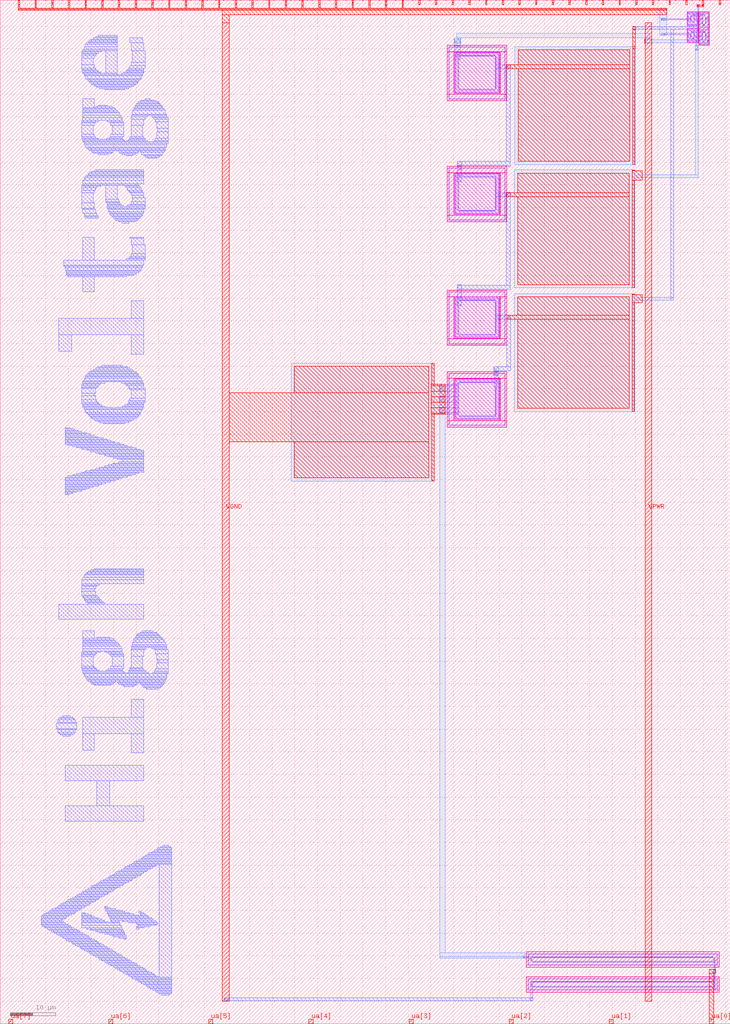
<source format=lef>
MACRO tt_um_urish_charge_pump
  CLASS BLOCK ;
  FOREIGN tt_um_urish_charge_pump ;
  ORIGIN 0.000 0.000 ;
  SIZE 161.000 BY 225.760 ;
  PIN clk
    DIRECTION INPUT ;
    USE SIGNAL ;
    ANTENNAGATEAREA 1.125000 ;
    PORT
      LAYER met4 ;
        RECT 154.870 224.760 155.170 225.760 ;
    END
  END clk
  PIN ena
    DIRECTION INPUT ;
    USE SIGNAL ;
    PORT
      LAYER met4 ;
        RECT 158.550 224.760 158.850 225.760 ;
    END
  END ena
  PIN rst_n
    DIRECTION INPUT ;
    USE SIGNAL ;
    PORT
      LAYER met4 ;
        RECT 151.190 224.760 151.490 225.760 ;
    END
  END rst_n
  PIN ua[0]
    DIRECTION INOUT ;
    USE SIGNAL ;
    ANTENNAGATEAREA 16.799999 ;
    ANTENNADIFFAREA 25.804199 ;
    PORT
      LAYER met4 ;
        RECT 156.410 0.000 157.310 1.000 ;
    END
  END ua[0]
  PIN ua[1]
    DIRECTION INOUT ;
    USE SIGNAL ;
    PORT
      LAYER met4 ;
        RECT 134.330 0.000 135.230 1.000 ;
    END
  END ua[1]
  PIN ua[2]
    DIRECTION INOUT ;
    USE SIGNAL ;
    PORT
      LAYER met4 ;
        RECT 112.250 0.000 113.150 1.000 ;
    END
  END ua[2]
  PIN ua[3]
    DIRECTION INOUT ;
    USE SIGNAL ;
    PORT
      LAYER met4 ;
        RECT 90.170 0.000 91.070 1.000 ;
    END
  END ua[3]
  PIN ua[4]
    DIRECTION INOUT ;
    USE SIGNAL ;
    PORT
      LAYER met4 ;
        RECT 68.090 0.000 68.990 1.000 ;
    END
  END ua[4]
  PIN ua[5]
    DIRECTION INOUT ;
    USE SIGNAL ;
    PORT
      LAYER met4 ;
        RECT 46.010 0.000 46.910 1.000 ;
    END
  END ua[5]
  PIN ua[6]
    DIRECTION INOUT ;
    USE SIGNAL ;
    PORT
      LAYER met4 ;
        RECT 23.930 0.000 24.830 1.000 ;
    END
  END ua[6]
  PIN ua[7]
    DIRECTION INOUT ;
    USE SIGNAL ;
    PORT
      LAYER met4 ;
        RECT 1.850 0.000 2.750 1.000 ;
    END
  END ua[7]
  PIN ui_in[0]
    DIRECTION INPUT ;
    USE SIGNAL ;
    PORT
      LAYER met4 ;
        RECT 147.510 224.760 147.810 225.760 ;
    END
  END ui_in[0]
  PIN ui_in[1]
    DIRECTION INPUT ;
    USE SIGNAL ;
    PORT
      LAYER met4 ;
        RECT 143.830 224.760 144.130 225.760 ;
    END
  END ui_in[1]
  PIN ui_in[2]
    DIRECTION INPUT ;
    USE SIGNAL ;
    PORT
      LAYER met4 ;
        RECT 140.150 224.760 140.450 225.760 ;
    END
  END ui_in[2]
  PIN ui_in[3]
    DIRECTION INPUT ;
    USE SIGNAL ;
    PORT
      LAYER met4 ;
        RECT 136.470 224.760 136.770 225.760 ;
    END
  END ui_in[3]
  PIN ui_in[4]
    DIRECTION INPUT ;
    USE SIGNAL ;
    PORT
      LAYER met4 ;
        RECT 132.790 224.760 133.090 225.760 ;
    END
  END ui_in[4]
  PIN ui_in[5]
    DIRECTION INPUT ;
    USE SIGNAL ;
    PORT
      LAYER met4 ;
        RECT 129.110 224.760 129.410 225.760 ;
    END
  END ui_in[5]
  PIN ui_in[6]
    DIRECTION INPUT ;
    USE SIGNAL ;
    PORT
      LAYER met4 ;
        RECT 125.430 224.760 125.730 225.760 ;
    END
  END ui_in[6]
  PIN ui_in[7]
    DIRECTION INPUT ;
    USE SIGNAL ;
    PORT
      LAYER met4 ;
        RECT 121.750 224.760 122.050 225.760 ;
    END
  END ui_in[7]
  PIN uio_in[0]
    DIRECTION INPUT ;
    USE SIGNAL ;
    PORT
      LAYER met4 ;
        RECT 118.070 224.760 118.370 225.760 ;
    END
  END uio_in[0]
  PIN uio_in[1]
    DIRECTION INPUT ;
    USE SIGNAL ;
    PORT
      LAYER met4 ;
        RECT 114.390 224.760 114.690 225.760 ;
    END
  END uio_in[1]
  PIN uio_in[2]
    DIRECTION INPUT ;
    USE SIGNAL ;
    PORT
      LAYER met4 ;
        RECT 110.710 224.760 111.010 225.760 ;
    END
  END uio_in[2]
  PIN uio_in[3]
    DIRECTION INPUT ;
    USE SIGNAL ;
    PORT
      LAYER met4 ;
        RECT 107.030 224.760 107.330 225.760 ;
    END
  END uio_in[3]
  PIN uio_in[4]
    DIRECTION INPUT ;
    USE SIGNAL ;
    PORT
      LAYER met4 ;
        RECT 103.350 224.760 103.650 225.760 ;
    END
  END uio_in[4]
  PIN uio_in[5]
    DIRECTION INPUT ;
    USE SIGNAL ;
    PORT
      LAYER met4 ;
        RECT 99.670 224.760 99.970 225.760 ;
    END
  END uio_in[5]
  PIN uio_in[6]
    DIRECTION INPUT ;
    USE SIGNAL ;
    PORT
      LAYER met4 ;
        RECT 95.990 224.760 96.290 225.760 ;
    END
  END uio_in[6]
  PIN uio_in[7]
    DIRECTION INPUT ;
    USE SIGNAL ;
    PORT
      LAYER met4 ;
        RECT 92.310 224.760 92.610 225.760 ;
    END
  END uio_in[7]
  PIN uio_oe[0]
    DIRECTION OUTPUT ;
    USE SIGNAL ;
    ANTENNAGATEAREA 16.799999 ;
    ANTENNADIFFAREA 3.727800 ;
    PORT
      LAYER met4 ;
        RECT 29.750 224.760 30.050 225.760 ;
    END
  END uio_oe[0]
  PIN uio_oe[1]
    DIRECTION OUTPUT ;
    USE SIGNAL ;
    ANTENNAGATEAREA 16.799999 ;
    ANTENNADIFFAREA 3.727800 ;
    PORT
      LAYER met4 ;
        RECT 26.070 224.760 26.370 225.760 ;
    END
  END uio_oe[1]
  PIN uio_oe[2]
    DIRECTION OUTPUT ;
    USE SIGNAL ;
    ANTENNAGATEAREA 16.799999 ;
    ANTENNADIFFAREA 3.727800 ;
    PORT
      LAYER met4 ;
        RECT 22.390 224.760 22.690 225.760 ;
    END
  END uio_oe[2]
  PIN uio_oe[3]
    DIRECTION OUTPUT ;
    USE SIGNAL ;
    ANTENNAGATEAREA 16.799999 ;
    ANTENNADIFFAREA 3.727800 ;
    PORT
      LAYER met4 ;
        RECT 18.710 224.760 19.010 225.760 ;
    END
  END uio_oe[3]
  PIN uio_oe[4]
    DIRECTION OUTPUT ;
    USE SIGNAL ;
    ANTENNAGATEAREA 16.799999 ;
    ANTENNADIFFAREA 3.727800 ;
    PORT
      LAYER met4 ;
        RECT 15.030 224.760 15.330 225.760 ;
    END
  END uio_oe[4]
  PIN uio_oe[5]
    DIRECTION OUTPUT ;
    USE SIGNAL ;
    ANTENNAGATEAREA 16.799999 ;
    ANTENNADIFFAREA 3.727800 ;
    PORT
      LAYER met4 ;
        RECT 11.350 224.760 11.650 225.760 ;
    END
  END uio_oe[5]
  PIN uio_oe[6]
    DIRECTION OUTPUT ;
    USE SIGNAL ;
    ANTENNAGATEAREA 16.799999 ;
    ANTENNADIFFAREA 3.727800 ;
    PORT
      LAYER met4 ;
        RECT 7.670 224.760 7.970 225.760 ;
    END
  END uio_oe[6]
  PIN uio_oe[7]
    DIRECTION OUTPUT ;
    USE SIGNAL ;
    ANTENNAGATEAREA 16.799999 ;
    ANTENNADIFFAREA 3.727800 ;
    PORT
      LAYER met4 ;
        RECT 3.990 224.760 4.290 225.760 ;
    END
  END uio_oe[7]
  PIN uio_out[0]
    DIRECTION OUTPUT ;
    USE SIGNAL ;
    ANTENNAGATEAREA 16.799999 ;
    ANTENNADIFFAREA 3.727800 ;
    PORT
      LAYER met4 ;
        RECT 59.190 224.760 59.490 225.760 ;
    END
  END uio_out[0]
  PIN uio_out[1]
    DIRECTION OUTPUT ;
    USE SIGNAL ;
    ANTENNAGATEAREA 16.799999 ;
    ANTENNADIFFAREA 3.727800 ;
    PORT
      LAYER met4 ;
        RECT 55.510 224.760 55.810 225.760 ;
    END
  END uio_out[1]
  PIN uio_out[2]
    DIRECTION OUTPUT ;
    USE SIGNAL ;
    ANTENNAGATEAREA 16.799999 ;
    ANTENNADIFFAREA 3.727800 ;
    PORT
      LAYER met4 ;
        RECT 51.830 224.760 52.130 225.760 ;
    END
  END uio_out[2]
  PIN uio_out[3]
    DIRECTION OUTPUT ;
    USE SIGNAL ;
    ANTENNAGATEAREA 16.799999 ;
    ANTENNADIFFAREA 3.727800 ;
    PORT
      LAYER met4 ;
        RECT 48.150 224.760 48.450 225.760 ;
    END
  END uio_out[3]
  PIN uio_out[4]
    DIRECTION OUTPUT ;
    USE SIGNAL ;
    ANTENNAGATEAREA 16.799999 ;
    ANTENNADIFFAREA 3.727800 ;
    PORT
      LAYER met4 ;
        RECT 44.470 224.760 44.770 225.760 ;
    END
  END uio_out[4]
  PIN uio_out[5]
    DIRECTION OUTPUT ;
    USE SIGNAL ;
    ANTENNAGATEAREA 16.799999 ;
    ANTENNADIFFAREA 3.727800 ;
    PORT
      LAYER met4 ;
        RECT 40.790 224.760 41.090 225.760 ;
    END
  END uio_out[5]
  PIN uio_out[6]
    DIRECTION OUTPUT ;
    USE SIGNAL ;
    ANTENNAGATEAREA 16.799999 ;
    ANTENNADIFFAREA 3.727800 ;
    PORT
      LAYER met4 ;
        RECT 37.110 224.760 37.410 225.760 ;
    END
  END uio_out[6]
  PIN uio_out[7]
    DIRECTION OUTPUT ;
    USE SIGNAL ;
    ANTENNAGATEAREA 16.799999 ;
    ANTENNADIFFAREA 3.727800 ;
    PORT
      LAYER met4 ;
        RECT 33.430 224.760 33.730 225.760 ;
    END
  END uio_out[7]
  PIN uo_out[0]
    DIRECTION OUTPUT ;
    USE SIGNAL ;
    ANTENNAGATEAREA 16.799999 ;
    ANTENNADIFFAREA 3.727800 ;
    PORT
      LAYER met4 ;
        RECT 88.630 224.760 88.930 225.760 ;
    END
  END uo_out[0]
  PIN uo_out[1]
    DIRECTION OUTPUT ;
    USE SIGNAL ;
    ANTENNAGATEAREA 16.799999 ;
    ANTENNADIFFAREA 3.727800 ;
    PORT
      LAYER met4 ;
        RECT 84.950 224.760 85.250 225.760 ;
    END
  END uo_out[1]
  PIN uo_out[2]
    DIRECTION OUTPUT ;
    USE SIGNAL ;
    ANTENNAGATEAREA 16.799999 ;
    ANTENNADIFFAREA 3.727800 ;
    PORT
      LAYER met4 ;
        RECT 81.270 224.760 81.570 225.760 ;
    END
  END uo_out[2]
  PIN uo_out[3]
    DIRECTION OUTPUT ;
    USE SIGNAL ;
    ANTENNAGATEAREA 16.799999 ;
    ANTENNADIFFAREA 3.727800 ;
    PORT
      LAYER met4 ;
        RECT 77.590 224.760 77.890 225.760 ;
    END
  END uo_out[3]
  PIN uo_out[4]
    DIRECTION OUTPUT ;
    USE SIGNAL ;
    ANTENNAGATEAREA 16.799999 ;
    ANTENNADIFFAREA 3.727800 ;
    PORT
      LAYER met4 ;
        RECT 73.910 224.760 74.210 225.760 ;
    END
  END uo_out[4]
  PIN uo_out[5]
    DIRECTION OUTPUT ;
    USE SIGNAL ;
    ANTENNAGATEAREA 16.799999 ;
    ANTENNADIFFAREA 3.727800 ;
    PORT
      LAYER met4 ;
        RECT 70.230 224.760 70.530 225.760 ;
    END
  END uo_out[5]
  PIN uo_out[6]
    DIRECTION OUTPUT ;
    USE SIGNAL ;
    ANTENNAGATEAREA 16.799999 ;
    ANTENNADIFFAREA 3.727800 ;
    PORT
      LAYER met4 ;
        RECT 66.550 224.760 66.850 225.760 ;
    END
  END uo_out[6]
  PIN uo_out[7]
    DIRECTION OUTPUT ;
    USE SIGNAL ;
    ANTENNAGATEAREA 16.799999 ;
    ANTENNADIFFAREA 3.727800 ;
    PORT
      LAYER met4 ;
        RECT 62.870 224.760 63.170 225.760 ;
    END
  END uo_out[7]
  PIN VPWR
    DIRECTION INOUT ;
    USE POWER ;
    PORT
      LAYER met4 ;
        RECT 142.200 5.000 143.700 220.760 ;
    END
  END VPWR
  PIN VGND
    DIRECTION INOUT ;
    USE GROUND ;
    PORT
      LAYER met4 ;
        RECT 49.000 5.000 50.500 220.760 ;
    END
  END VGND
  OBS
      LAYER pwell ;
        RECT 151.500 220.100 153.910 223.200 ;
        RECT 151.500 216.410 153.910 219.510 ;
      LAYER nwell ;
        RECT 154.000 215.810 156.410 223.190 ;
        RECT 98.600 214.370 111.700 215.800 ;
        RECT 98.600 205.030 100.030 214.370 ;
      LAYER pwell ;
        RECT 100.200 205.200 110.160 214.300 ;
      LAYER nwell ;
        RECT 110.270 205.030 111.700 214.370 ;
        RECT 98.600 203.600 111.700 205.030 ;
        RECT 98.600 187.670 111.700 189.100 ;
        RECT 98.600 178.330 100.030 187.670 ;
      LAYER pwell ;
        RECT 100.200 178.500 110.160 187.600 ;
      LAYER nwell ;
        RECT 110.270 178.330 111.700 187.670 ;
        RECT 98.600 176.900 111.700 178.330 ;
        RECT 98.600 160.370 111.700 161.800 ;
        RECT 98.600 151.030 100.030 160.370 ;
      LAYER pwell ;
        RECT 100.200 151.200 110.160 160.300 ;
      LAYER nwell ;
        RECT 110.270 151.030 111.700 160.370 ;
        RECT 98.600 149.600 111.700 151.030 ;
        RECT 98.600 142.370 111.700 143.800 ;
        RECT 98.600 133.030 100.030 142.370 ;
      LAYER pwell ;
        RECT 100.200 133.200 110.160 142.300 ;
      LAYER nwell ;
        RECT 110.270 133.030 111.700 142.370 ;
        RECT 98.600 131.600 111.700 133.030 ;
        RECT 116.000 12.480 158.580 15.870 ;
        RECT 116.000 7.000 158.580 10.390 ;
      LAYER li1 ;
        RECT 151.680 222.850 153.730 223.020 ;
        RECT 151.680 220.450 151.850 222.850 ;
        RECT 152.480 222.340 152.930 222.510 ;
        RECT 152.250 221.130 152.420 222.170 ;
        RECT 152.990 221.130 153.160 222.170 ;
        RECT 152.480 220.790 152.930 220.960 ;
        RECT 153.560 220.450 153.730 222.850 ;
        RECT 151.680 220.280 153.730 220.450 ;
        RECT 154.180 222.840 156.230 223.010 ;
        RECT 154.180 219.850 154.350 222.840 ;
        RECT 154.980 222.330 155.430 222.500 ;
        RECT 154.750 220.575 154.920 222.115 ;
        RECT 155.490 220.575 155.660 222.115 ;
        RECT 154.980 220.190 155.430 220.360 ;
        RECT 156.060 219.850 156.230 222.840 ;
        RECT 154.180 219.680 156.230 219.850 ;
        RECT 151.680 219.160 153.730 219.330 ;
        RECT 151.680 216.760 151.850 219.160 ;
        RECT 152.480 218.650 152.930 218.820 ;
        RECT 152.250 217.440 152.420 218.480 ;
        RECT 152.990 217.440 153.160 218.480 ;
        RECT 152.480 217.100 152.930 217.270 ;
        RECT 153.560 216.760 153.730 219.160 ;
        RECT 151.680 216.590 153.730 216.760 ;
        RECT 154.180 219.150 156.230 219.320 ;
        RECT 154.180 216.160 154.350 219.150 ;
        RECT 154.980 218.640 155.430 218.810 ;
        RECT 154.750 216.885 154.920 218.425 ;
        RECT 155.490 216.885 155.660 218.425 ;
        RECT 154.980 216.500 155.430 216.670 ;
        RECT 156.060 216.160 156.230 219.150 ;
        RECT 154.180 215.990 156.230 216.160 ;
        RECT 100.200 215.515 101.400 215.700 ;
        RECT 98.885 215.345 111.415 215.515 ;
        RECT 98.885 204.055 99.055 215.345 ;
        RECT 100.800 214.120 101.400 214.200 ;
        RECT 100.380 213.950 109.980 214.120 ;
        RECT 100.380 205.550 100.550 213.950 ;
        RECT 100.800 213.900 101.400 213.950 ;
        RECT 101.180 213.440 109.180 213.610 ;
        RECT 100.950 206.230 101.120 213.270 ;
        RECT 109.240 206.230 109.410 213.270 ;
        RECT 101.180 205.890 109.180 206.060 ;
        RECT 109.810 205.550 109.980 213.950 ;
        RECT 100.380 205.380 109.980 205.550 ;
        RECT 111.245 204.055 111.415 215.345 ;
        RECT 98.885 203.885 111.415 204.055 ;
        RECT 100.800 188.815 101.700 189.000 ;
        RECT 98.885 188.645 111.415 188.815 ;
        RECT 98.885 177.355 99.055 188.645 ;
        RECT 100.800 188.400 101.700 188.645 ;
        RECT 100.800 187.420 101.700 187.500 ;
        RECT 100.380 187.250 109.980 187.420 ;
        RECT 100.380 178.850 100.550 187.250 ;
        RECT 100.800 187.200 101.700 187.250 ;
        RECT 101.180 186.740 109.180 186.910 ;
        RECT 100.950 179.530 101.120 186.570 ;
        RECT 109.240 179.530 109.410 186.570 ;
        RECT 101.180 179.190 109.180 179.360 ;
        RECT 109.810 178.850 109.980 187.250 ;
        RECT 100.380 178.680 109.980 178.850 ;
        RECT 111.245 177.355 111.415 188.645 ;
        RECT 98.885 177.185 111.415 177.355 ;
        RECT 98.885 161.345 111.415 161.515 ;
        RECT 98.885 150.055 99.055 161.345 ;
        RECT 100.800 160.120 101.700 160.200 ;
        RECT 100.380 159.950 109.980 160.120 ;
        RECT 100.380 151.550 100.550 159.950 ;
        RECT 100.800 159.900 101.700 159.950 ;
        RECT 101.180 159.440 109.180 159.610 ;
        RECT 100.950 152.230 101.120 159.270 ;
        RECT 109.240 152.230 109.410 159.270 ;
        RECT 101.180 151.890 109.180 152.060 ;
        RECT 109.810 151.550 109.980 159.950 ;
        RECT 100.380 151.380 109.980 151.550 ;
        RECT 111.245 150.055 111.415 161.345 ;
        RECT 98.885 149.885 111.415 150.055 ;
        RECT 108.900 143.515 109.800 143.700 ;
        RECT 98.885 143.345 111.415 143.515 ;
        RECT 98.885 132.055 99.055 143.345 ;
        RECT 108.900 143.100 109.800 143.345 ;
        RECT 108.900 142.120 109.500 142.200 ;
        RECT 100.380 141.950 109.980 142.120 ;
        RECT 100.380 133.550 100.550 141.950 ;
        RECT 108.900 141.900 109.500 141.950 ;
        RECT 101.180 141.440 109.180 141.610 ;
        RECT 100.950 134.230 101.120 141.270 ;
        RECT 109.240 134.230 109.410 141.270 ;
        RECT 101.180 133.890 109.180 134.060 ;
        RECT 109.810 133.550 109.980 141.950 ;
        RECT 100.380 133.380 109.980 133.550 ;
        RECT 111.245 132.055 111.415 143.345 ;
        RECT 98.885 131.885 111.415 132.055 ;
        RECT 116.390 15.310 158.190 15.480 ;
        RECT 116.390 14.740 116.560 15.310 ;
        RECT 116.380 14.510 116.560 14.740 ;
        RECT 117.290 14.620 157.290 14.790 ;
        RECT 116.390 13.040 116.560 14.510 ;
        RECT 117.060 13.945 117.230 14.405 ;
        RECT 157.350 13.945 157.520 14.405 ;
        RECT 117.290 13.560 157.290 13.730 ;
        RECT 158.020 13.040 158.190 15.310 ;
        RECT 116.390 12.870 158.190 13.040 ;
        RECT 116.390 9.830 158.190 10.000 ;
        RECT 116.390 7.560 116.560 9.830 ;
        RECT 117.290 9.140 157.290 9.310 ;
        RECT 117.060 8.465 117.230 8.925 ;
        RECT 157.350 8.465 157.520 8.925 ;
        RECT 117.290 8.080 157.290 8.250 ;
        RECT 158.020 7.560 158.190 9.830 ;
        RECT 116.390 7.390 158.190 7.560 ;
      LAYER met1 ;
        RECT 152.500 222.530 155.400 222.600 ;
        RECT 152.500 222.300 155.410 222.530 ;
        RECT 151.650 221.700 151.880 221.760 ;
        RECT 152.220 221.700 152.450 222.150 ;
        RECT 152.960 221.800 153.190 222.150 ;
        RECT 154.720 221.800 154.950 222.095 ;
        RECT 155.460 221.800 155.690 222.095 ;
        RECT 156.000 221.800 156.300 222.600 ;
        RECT 145.750 221.400 152.450 221.700 ;
        RECT 152.900 221.500 155.000 221.800 ;
        RECT 155.460 221.500 156.300 221.800 ;
        RECT 151.650 221.340 151.880 221.400 ;
        RECT 152.220 221.150 152.450 221.400 ;
        RECT 152.960 221.150 153.190 221.500 ;
        RECT 152.500 220.760 152.910 220.990 ;
        RECT 153.800 219.900 154.100 221.500 ;
        RECT 154.720 220.595 154.950 221.500 ;
        RECT 155.460 220.595 155.690 221.500 ;
        RECT 155.000 220.160 155.410 220.390 ;
        RECT 153.750 219.600 154.150 219.900 ;
        RECT 153.800 218.900 154.100 219.600 ;
        RECT 152.400 218.600 155.500 218.900 ;
        RECT 151.650 218.400 151.880 218.460 ;
        RECT 152.220 218.400 152.450 218.460 ;
        RECT 145.750 218.100 152.450 218.400 ;
        RECT 151.650 218.040 151.880 218.100 ;
        RECT 152.220 217.460 152.450 218.100 ;
        RECT 152.960 218.000 153.190 218.460 ;
        RECT 154.720 218.000 154.950 218.405 ;
        RECT 152.960 217.700 154.950 218.000 ;
        RECT 152.960 217.460 153.190 217.700 ;
        RECT 100.150 216.300 101.450 217.200 ;
        RECT 152.500 217.070 152.910 217.300 ;
        RECT 100.200 215.730 101.400 216.300 ;
        RECT 100.140 215.370 101.460 215.730 ;
        RECT 153.400 215.700 153.700 217.700 ;
        RECT 154.720 216.905 154.950 217.700 ;
        RECT 155.460 218.000 155.690 218.405 ;
        RECT 156.000 218.000 156.300 221.500 ;
        RECT 155.460 217.700 156.300 218.000 ;
        RECT 155.460 216.905 155.690 217.700 ;
        RECT 156.000 217.000 156.300 217.700 ;
        RECT 155.000 216.470 155.410 216.700 ;
        RECT 155.950 216.400 156.350 217.000 ;
        RECT 100.200 214.230 101.400 215.370 ;
        RECT 153.250 214.800 153.950 215.700 ;
        RECT 100.200 213.870 101.460 214.230 ;
        RECT 100.200 213.640 101.400 213.870 ;
        RECT 100.200 213.410 109.160 213.640 ;
        RECT 100.200 212.700 101.400 213.410 ;
        RECT 100.920 206.250 101.150 212.700 ;
        RECT 109.210 211.500 109.440 213.250 ;
        RECT 109.200 210.600 112.550 211.500 ;
        RECT 109.210 206.250 109.440 210.600 ;
        RECT 101.200 205.860 109.160 206.090 ;
        RECT 100.750 189.300 101.750 190.200 ;
        RECT 100.800 189.030 101.700 189.300 ;
        RECT 100.740 188.370 101.760 189.030 ;
        RECT 100.800 187.530 101.700 188.370 ;
        RECT 100.740 187.170 101.760 187.530 ;
        RECT 100.800 186.940 101.700 187.170 ;
        RECT 100.800 186.710 109.160 186.940 ;
        RECT 100.800 185.700 101.700 186.710 ;
        RECT 100.920 179.550 101.150 185.700 ;
        RECT 109.210 183.300 109.440 186.550 ;
        RECT 109.200 182.400 112.550 183.300 ;
        RECT 109.210 179.550 109.440 182.400 ;
        RECT 101.200 179.160 109.160 179.390 ;
        RECT 100.750 162.000 101.750 162.900 ;
        RECT 100.800 160.230 101.700 162.000 ;
        RECT 100.740 159.870 101.760 160.230 ;
        RECT 100.800 159.640 101.700 159.870 ;
        RECT 100.800 159.410 109.160 159.640 ;
        RECT 100.800 158.400 101.700 159.410 ;
        RECT 100.920 152.250 101.150 158.400 ;
        RECT 109.210 156.300 109.440 159.250 ;
        RECT 109.200 155.400 112.570 156.300 ;
        RECT 109.210 152.250 109.440 155.400 ;
        RECT 101.200 151.860 109.160 152.090 ;
        RECT 108.850 144.000 109.850 144.900 ;
        RECT 108.900 143.730 109.800 144.000 ;
        RECT 108.840 143.070 109.860 143.730 ;
        RECT 108.900 142.230 109.800 143.070 ;
        RECT 108.840 141.870 109.800 142.230 ;
        RECT 108.900 141.640 109.800 141.870 ;
        RECT 101.200 141.410 109.800 141.640 ;
        RECT 100.920 141.000 101.150 141.250 ;
        RECT 96.900 140.700 101.150 141.000 ;
        RECT 96.850 139.500 101.150 140.700 ;
        RECT 108.900 140.400 109.800 141.410 ;
        RECT 96.900 138.300 101.150 139.500 ;
        RECT 96.850 137.100 101.150 138.300 ;
        RECT 96.900 135.900 101.150 137.100 ;
        RECT 96.850 134.700 101.150 135.900 ;
        RECT 96.900 134.400 101.150 134.700 ;
        RECT 100.920 134.250 101.150 134.400 ;
        RECT 109.210 134.250 109.440 140.400 ;
        RECT 101.200 133.860 109.160 134.090 ;
        RECT 115.300 14.740 115.680 14.800 ;
        RECT 116.350 14.740 116.590 14.800 ;
        RECT 115.300 14.510 117.145 14.740 ;
        RECT 117.310 14.590 157.270 14.820 ;
        RECT 115.300 14.490 115.680 14.510 ;
        RECT 116.350 14.450 116.590 14.510 ;
        RECT 116.915 14.385 117.145 14.510 ;
        RECT 157.450 14.385 157.650 14.510 ;
        RECT 116.915 13.965 117.260 14.385 ;
        RECT 157.320 13.965 157.650 14.385 ;
        RECT 157.450 13.760 157.650 13.965 ;
        RECT 117.310 13.530 157.650 13.760 ;
        RECT 157.450 11.960 157.650 13.530 ;
        RECT 157.300 11.230 157.740 11.960 ;
        RECT 157.450 10.030 157.650 11.230 ;
        RECT 157.390 9.800 157.710 10.030 ;
        RECT 117.310 9.320 157.270 9.340 ;
        RECT 116.970 9.110 157.270 9.320 ;
        RECT 116.970 8.280 117.480 9.110 ;
        RECT 157.450 8.905 157.650 9.800 ;
        RECT 157.320 8.485 157.650 8.905 ;
        RECT 116.970 8.050 157.270 8.280 ;
        RECT 116.970 5.660 117.480 8.050 ;
        RECT 157.450 7.590 157.650 8.485 ;
        RECT 157.390 7.360 157.710 7.590 ;
        RECT 116.970 5.160 117.490 5.660 ;
        RECT 116.970 5.100 117.480 5.160 ;
      LAYER met2 ;
        RECT 153.800 222.250 154.100 224.750 ;
        RECT 145.800 221.350 146.700 221.750 ;
        RECT 139.500 219.900 140.100 219.950 ;
        RECT 153.800 219.900 154.100 219.950 ;
        RECT 139.500 219.300 154.200 219.900 ;
        RECT 139.500 219.250 140.100 219.300 ;
        RECT 145.800 218.050 146.700 218.450 ;
        RECT 21.600 217.710 25.800 217.990 ;
        RECT 21.040 217.430 25.800 217.710 ;
        RECT 20.480 217.150 25.800 217.430 ;
        RECT 19.920 216.870 25.800 217.150 ;
        RECT 19.640 216.590 25.800 216.870 ;
        RECT 19.360 216.310 25.800 216.590 ;
        RECT 28.600 216.310 31.400 217.430 ;
        RECT 19.080 216.030 25.800 216.310 ;
        RECT 18.800 215.470 25.800 216.030 ;
        RECT 18.520 214.910 25.800 215.470 ;
        RECT 18.240 214.630 25.800 214.910 ;
        RECT 28.880 214.630 31.680 216.310 ;
        RECT 100.200 216.250 101.400 217.250 ;
        RECT 18.240 214.350 22.440 214.630 ;
        RECT 17.960 214.070 21.600 214.350 ;
        RECT 17.960 213.790 21.320 214.070 ;
        RECT 17.960 213.510 21.040 213.790 ;
        RECT 17.960 212.950 20.760 213.510 ;
        RECT 17.960 211.550 20.480 212.950 ;
        RECT 17.960 210.710 20.760 211.550 ;
        RECT 17.960 210.430 21.040 210.710 ;
        RECT 18.240 210.150 21.320 210.430 ;
        RECT 18.240 209.870 21.600 210.150 ;
        RECT 18.240 209.590 22.160 209.870 ;
        RECT 23.280 209.590 25.800 214.630 ;
        RECT 29.160 212.110 31.960 214.630 ;
        RECT 28.880 211.270 31.960 212.110 ;
        RECT 28.600 210.710 31.960 211.270 ;
        RECT 28.320 210.430 31.680 210.710 ;
        RECT 28.040 210.150 31.680 210.430 ;
        RECT 27.760 209.870 31.680 210.150 ;
        RECT 27.200 209.590 31.680 209.870 ;
        RECT 18.520 209.310 25.800 209.590 ;
        RECT 26.640 209.310 31.400 209.590 ;
        RECT 18.520 209.030 31.400 209.310 ;
        RECT 18.800 208.470 31.120 209.030 ;
        RECT 19.080 208.190 30.840 208.470 ;
        RECT 19.360 207.910 30.560 208.190 ;
        RECT 19.640 207.630 30.280 207.910 ;
        RECT 19.920 207.350 30.280 207.630 ;
        RECT 20.200 207.070 29.720 207.350 ;
        RECT 20.760 206.790 29.440 207.070 ;
        RECT 21.320 206.510 28.880 206.790 ;
        RECT 21.880 206.230 28.320 206.510 ;
        RECT 23.000 205.950 27.480 206.230 ;
        RECT 18.240 202.030 20.760 203.990 ;
        RECT 31.960 203.710 33.080 203.990 ;
        RECT 31.120 203.430 34.200 203.710 ;
        RECT 30.560 203.150 34.760 203.430 ;
        RECT 30.280 202.870 35.040 203.150 ;
        RECT 30.000 202.590 35.320 202.870 ;
        RECT 21.600 202.310 23.560 202.590 ;
        RECT 29.720 202.310 35.600 202.590 ;
        RECT 21.040 202.030 24.680 202.310 ;
        RECT 29.720 202.030 35.880 202.310 ;
        RECT 18.240 201.750 25.240 202.030 ;
        RECT 29.440 201.750 35.880 202.030 ;
        RECT 18.240 201.470 25.520 201.750 ;
        RECT 29.440 201.470 36.160 201.750 ;
        RECT 18.240 201.190 25.800 201.470 ;
        RECT 18.240 200.910 26.080 201.190 ;
        RECT 18.240 200.350 26.360 200.910 ;
        RECT 29.160 200.630 36.440 201.470 ;
        RECT 29.160 200.350 36.720 200.630 ;
        RECT 18.240 199.790 26.640 200.350 ;
        RECT 28.880 200.070 32.520 200.350 ;
        RECT 33.360 200.070 36.720 200.350 ;
        RECT 18.240 199.230 26.920 199.790 ;
        RECT 17.960 198.950 21.600 199.230 ;
        RECT 23.560 198.950 26.920 199.230 ;
        RECT 28.880 199.510 31.960 200.070 ;
        RECT 33.640 199.790 36.720 200.070 ;
        RECT 33.920 199.510 37.000 199.790 ;
        RECT 17.960 198.670 21.040 198.950 ;
        RECT 24.120 198.670 27.200 198.950 ;
        RECT 17.960 198.110 20.760 198.670 ;
        RECT 24.400 198.110 27.200 198.670 ;
        RECT 17.960 196.150 20.480 198.110 ;
        RECT 24.680 196.150 27.200 198.110 ;
        RECT 17.960 195.590 20.760 196.150 ;
        RECT 24.400 195.590 27.200 196.150 ;
        RECT 28.880 198.110 31.680 199.510 ;
        RECT 34.200 198.950 37.000 199.510 ;
        RECT 28.880 195.590 31.400 198.110 ;
        RECT 34.480 197.550 37.000 198.950 ;
        RECT 34.760 196.710 37.000 197.550 ;
        RECT 17.960 195.310 21.040 195.590 ;
        RECT 24.120 195.310 26.920 195.590 ;
        RECT 18.240 195.030 21.600 195.310 ;
        RECT 23.560 195.030 26.920 195.310 ;
        RECT 28.600 195.310 31.680 195.590 ;
        RECT 34.480 195.310 37.000 196.710 ;
        RECT 28.600 195.030 31.960 195.310 ;
        RECT 18.240 194.750 27.200 195.030 ;
        RECT 28.320 194.750 31.960 195.030 ;
        RECT 34.200 194.750 37.000 195.310 ;
        RECT 18.240 194.470 27.480 194.750 ;
        RECT 27.760 194.470 32.520 194.750 ;
        RECT 33.920 194.470 37.000 194.750 ;
        RECT 18.520 194.190 37.000 194.470 ;
        RECT 18.520 193.910 36.720 194.190 ;
        RECT 18.800 193.350 36.720 193.910 ;
        RECT 19.080 193.070 36.440 193.350 ;
        RECT 19.360 192.790 36.440 193.070 ;
        RECT 19.640 192.510 36.440 192.790 ;
        RECT 20.200 192.230 24.960 192.510 ;
        RECT 26.080 192.230 30.560 192.510 ;
        RECT 30.840 192.230 36.160 192.510 ;
        RECT 20.480 191.950 24.680 192.230 ;
        RECT 26.360 191.950 30.280 192.230 ;
        RECT 21.600 191.670 23.840 191.950 ;
        RECT 26.920 191.670 29.720 191.950 ;
        RECT 31.120 191.670 35.880 192.230 ;
        RECT 27.760 191.390 29.160 191.670 ;
        RECT 31.680 191.390 35.600 191.670 ;
        RECT 31.960 191.110 35.040 191.390 ;
        RECT 32.520 190.830 34.480 191.110 ;
        RECT 100.800 190.200 101.700 190.250 ;
        RECT 111.600 190.200 112.500 211.550 ;
        RECT 100.800 189.300 112.500 190.200 ;
        RECT 100.800 189.250 101.700 189.300 ;
        RECT 111.600 189.000 112.500 189.300 ;
        RECT 21.040 188.030 31.680 188.310 ;
        RECT 20.200 187.750 31.680 188.030 ;
        RECT 19.640 187.470 31.680 187.750 ;
        RECT 19.360 187.190 31.680 187.470 ;
        RECT 19.080 186.910 31.680 187.190 ;
        RECT 18.800 186.630 31.680 186.910 ;
        RECT 18.520 186.070 31.680 186.630 ;
        RECT 18.240 185.230 31.680 186.070 ;
        RECT 18.240 184.950 30.280 185.230 ;
        RECT 17.960 184.670 22.160 184.950 ;
        RECT 17.960 184.390 21.320 184.670 ;
        RECT 17.960 183.830 21.040 184.390 ;
        RECT 17.960 183.270 20.760 183.830 ;
        RECT 17.960 181.030 20.480 183.270 ;
        RECT 23.280 181.870 25.800 184.950 ;
        RECT 27.480 184.670 30.560 184.950 ;
        RECT 27.760 184.390 30.840 184.670 ;
        RECT 28.040 183.830 31.120 184.390 ;
        RECT 28.320 183.550 31.400 183.830 ;
        RECT 28.600 183.270 31.400 183.550 ;
        RECT 28.880 182.710 31.680 183.270 ;
        RECT 29.160 182.150 31.680 182.710 ;
        RECT 23.280 181.310 26.080 181.870 ;
        RECT 29.160 181.310 31.960 182.150 ;
        RECT 23.280 181.030 26.360 181.310 ;
        RECT 17.960 179.910 20.760 181.030 ;
        RECT 23.560 180.750 26.360 181.030 ;
        RECT 28.880 180.750 31.960 181.310 ;
        RECT 23.560 180.470 26.640 180.750 ;
        RECT 28.600 180.470 31.960 180.750 ;
        RECT 23.560 180.190 27.200 180.470 ;
        RECT 28.040 180.190 31.960 180.470 ;
        RECT 23.560 179.910 31.960 180.190 ;
        RECT 18.240 179.630 20.760 179.910 ;
        RECT 23.840 179.630 31.960 179.910 ;
        RECT 18.240 178.790 21.040 179.630 ;
        RECT 23.840 179.070 31.680 179.630 ;
        RECT 24.120 178.790 31.680 179.070 ;
        RECT 18.520 178.230 21.320 178.790 ;
        RECT 24.120 178.510 31.400 178.790 ;
        RECT 24.400 178.230 31.400 178.510 ;
        RECT 18.520 177.950 21.600 178.230 ;
        RECT 24.680 177.950 31.120 178.230 ;
        RECT 18.800 177.670 21.600 177.950 ;
        RECT 24.960 177.670 30.840 177.950 ;
        RECT 25.240 177.390 30.560 177.670 ;
        RECT 25.520 177.110 30.280 177.390 ;
        RECT 26.080 176.830 29.720 177.110 ;
        RECT 26.920 176.550 28.320 176.830 ;
        RECT 18.240 168.430 20.760 173.470 ;
        RECT 28.600 173.190 31.680 173.470 ;
        RECT 28.880 171.790 31.680 173.190 ;
        RECT 29.160 169.830 31.960 171.790 ;
        RECT 28.880 169.270 31.960 169.830 ;
        RECT 28.600 168.990 31.960 169.270 ;
        RECT 28.320 168.710 31.960 168.990 ;
        RECT 27.760 168.430 31.960 168.710 ;
        RECT 14.040 167.310 31.680 168.430 ;
        RECT 14.040 167.030 31.400 167.310 ;
        RECT 14.320 166.750 31.400 167.030 ;
        RECT 14.320 166.190 31.120 166.750 ;
        RECT 14.600 165.910 30.840 166.190 ;
        RECT 14.600 165.630 30.560 165.910 ;
        RECT 14.600 165.350 30.000 165.630 ;
        RECT 14.600 165.070 29.440 165.350 ;
        RECT 14.880 164.790 27.760 165.070 ;
        RECT 18.240 161.430 20.760 164.790 ;
        RECT 100.800 162.900 101.700 162.950 ;
        RECT 111.600 162.900 112.500 183.350 ;
        RECT 100.800 162.000 112.500 162.900 ;
        RECT 100.800 161.950 101.700 162.000 ;
        RECT 147.900 159.550 148.500 219.300 ;
        RECT 156.000 216.350 156.300 217.050 ;
        RECT 153.300 214.750 153.900 215.750 ;
        RECT 28.880 155.550 31.680 159.470 ;
        RECT 12.920 151.910 31.680 155.550 ;
        RECT 12.920 148.270 15.720 151.910 ;
        RECT 28.880 147.710 31.680 151.910 ;
        RECT 22.440 144.910 26.920 145.190 ;
        RECT 21.600 144.630 28.040 144.910 ;
        RECT 108.900 144.900 109.800 144.950 ;
        RECT 111.680 144.900 112.580 156.280 ;
        RECT 21.040 144.350 28.600 144.630 ;
        RECT 20.480 144.070 29.160 144.350 ;
        RECT 19.920 143.790 29.440 144.070 ;
        RECT 108.900 144.000 112.580 144.900 ;
        RECT 108.900 143.950 109.800 144.000 ;
        RECT 19.640 143.510 30.000 143.790 ;
        RECT 19.360 143.230 30.280 143.510 ;
        RECT 19.080 142.950 30.560 143.230 ;
        RECT 18.800 142.670 30.560 142.950 ;
        RECT 18.800 142.390 30.840 142.670 ;
        RECT 18.520 141.830 31.120 142.390 ;
        RECT 18.240 141.550 31.400 141.830 ;
        RECT 18.240 141.270 23.000 141.550 ;
        RECT 26.640 141.270 31.400 141.550 ;
        RECT 18.240 140.990 22.160 141.270 ;
        RECT 27.480 140.990 31.680 141.270 ;
        RECT 17.960 140.710 21.880 140.990 ;
        RECT 27.760 140.710 31.680 140.990 ;
        RECT 17.960 140.430 21.600 140.710 ;
        RECT 17.960 140.150 21.320 140.430 ;
        RECT 28.320 140.150 31.680 140.710 ;
        RECT 17.960 139.030 21.040 140.150 ;
        RECT 28.600 139.870 31.960 140.150 ;
        RECT 17.960 138.470 20.760 139.030 ;
        RECT 17.960 137.630 21.040 138.470 ;
        RECT 28.880 137.910 31.960 139.870 ;
        RECT 96.900 139.450 98.100 140.750 ;
        RECT 17.960 137.070 21.320 137.630 ;
        RECT 28.600 137.350 31.960 137.910 ;
        RECT 28.320 137.070 31.960 137.350 ;
        RECT 17.960 136.790 21.600 137.070 ;
        RECT 28.320 136.790 31.680 137.070 ;
        RECT 96.900 137.050 98.100 138.350 ;
        RECT 18.240 136.510 21.880 136.790 ;
        RECT 28.040 136.510 31.680 136.790 ;
        RECT 18.240 136.230 22.440 136.510 ;
        RECT 27.480 136.230 31.680 136.510 ;
        RECT 18.240 135.950 23.000 136.230 ;
        RECT 26.920 135.950 31.680 136.230 ;
        RECT 18.520 135.670 24.680 135.950 ;
        RECT 25.240 135.670 31.400 135.950 ;
        RECT 18.520 135.390 31.400 135.670 ;
        RECT 18.800 134.830 31.120 135.390 ;
        RECT 19.080 134.550 30.840 134.830 ;
        RECT 96.900 134.650 98.100 135.950 ;
        RECT 19.360 134.270 30.840 134.550 ;
        RECT 19.640 133.990 30.560 134.270 ;
        RECT 19.920 133.710 30.280 133.990 ;
        RECT 20.200 133.430 30.000 133.710 ;
        RECT 20.760 133.150 29.440 133.430 ;
        RECT 21.040 132.870 28.880 133.150 ;
        RECT 21.880 132.590 28.320 132.870 ;
        RECT 22.720 132.310 27.480 132.590 ;
        RECT 14.320 131.190 15.440 131.470 ;
        RECT 14.320 130.910 16.280 131.190 ;
        RECT 14.320 130.630 17.120 130.910 ;
        RECT 14.320 130.350 17.960 130.630 ;
        RECT 14.320 130.070 19.080 130.350 ;
        RECT 14.320 129.790 19.920 130.070 ;
        RECT 14.320 129.510 20.760 129.790 ;
        RECT 14.320 129.230 21.600 129.510 ;
        RECT 14.320 128.950 22.720 129.230 ;
        RECT 14.320 128.670 23.560 128.950 ;
        RECT 14.320 128.390 24.400 128.670 ;
        RECT 14.320 128.110 25.240 128.390 ;
        RECT 14.320 127.830 26.360 128.110 ;
        RECT 14.880 127.550 27.200 127.830 ;
        RECT 16.000 127.270 28.040 127.550 ;
        RECT 16.840 126.990 29.160 127.270 ;
        RECT 17.960 126.710 30.000 126.990 ;
        RECT 19.080 126.430 30.840 126.710 ;
        RECT 19.920 126.150 31.680 126.430 ;
        RECT 21.040 125.870 31.680 126.150 ;
        RECT 21.880 125.590 31.680 125.870 ;
        RECT 23.000 125.310 31.680 125.590 ;
        RECT 23.840 125.030 31.680 125.310 ;
        RECT 24.960 124.750 31.680 125.030 ;
        RECT 25.800 124.470 31.680 124.750 ;
        RECT 26.920 123.910 31.680 124.470 ;
        RECT 26.080 123.630 31.680 123.910 ;
        RECT 24.960 123.350 31.680 123.630 ;
        RECT 23.840 123.070 31.680 123.350 ;
        RECT 23.000 122.790 31.680 123.070 ;
        RECT 21.880 122.510 31.680 122.790 ;
        RECT 21.040 122.230 31.680 122.510 ;
        RECT 19.920 121.950 31.680 122.230 ;
        RECT 18.800 121.670 31.680 121.950 ;
        RECT 17.960 121.390 30.560 121.670 ;
        RECT 16.840 121.110 29.720 121.390 ;
        RECT 16.000 120.830 28.880 121.110 ;
        RECT 14.880 120.550 28.040 120.830 ;
        RECT 14.320 120.270 26.920 120.550 ;
        RECT 14.320 119.990 26.080 120.270 ;
        RECT 14.320 119.710 25.240 119.990 ;
        RECT 14.320 119.430 24.400 119.710 ;
        RECT 14.320 119.150 23.280 119.430 ;
        RECT 14.320 118.870 22.440 119.150 ;
        RECT 14.320 118.590 21.600 118.870 ;
        RECT 14.320 118.310 20.480 118.590 ;
        RECT 14.320 118.030 19.640 118.310 ;
        RECT 14.320 117.750 18.800 118.030 ;
        RECT 14.320 117.470 17.960 117.750 ;
        RECT 14.320 117.190 16.840 117.470 ;
        RECT 14.320 116.910 16.000 117.190 ;
        RECT 14.320 116.630 15.160 116.910 ;
        RECT 20.760 100.110 31.680 100.390 ;
        RECT 19.920 99.830 31.680 100.110 ;
        RECT 19.360 99.550 31.680 99.830 ;
        RECT 19.080 99.270 31.680 99.550 ;
        RECT 18.800 98.990 31.680 99.270 ;
        RECT 18.520 98.430 31.680 98.990 ;
        RECT 18.240 97.870 31.680 98.430 ;
        RECT 17.960 97.030 31.680 97.870 ;
        RECT 17.960 96.750 21.880 97.030 ;
        RECT 17.960 96.470 21.320 96.750 ;
        RECT 17.960 95.910 21.040 96.470 ;
        RECT 17.960 95.350 20.760 95.910 ;
        RECT 17.960 94.510 21.040 95.350 ;
        RECT 18.240 94.230 21.320 94.510 ;
        RECT 18.240 93.950 21.600 94.230 ;
        RECT 18.520 93.670 21.880 93.950 ;
        RECT 18.520 93.390 22.160 93.670 ;
        RECT 18.800 93.110 22.440 93.390 ;
        RECT 19.080 92.830 22.720 93.110 ;
        RECT 19.360 92.550 23.000 92.830 ;
        RECT 12.920 89.190 31.680 92.550 ;
        RECT 18.240 84.990 20.760 86.670 ;
        RECT 31.400 86.390 33.640 86.670 ;
        RECT 30.840 86.110 34.480 86.390 ;
        RECT 30.280 85.830 34.760 86.110 ;
        RECT 30.000 85.550 35.040 85.830 ;
        RECT 30.000 85.270 35.320 85.550 ;
        RECT 21.320 84.990 24.120 85.270 ;
        RECT 29.720 84.990 35.600 85.270 ;
        RECT 18.240 84.710 24.960 84.990 ;
        RECT 29.440 84.710 35.880 84.990 ;
        RECT 18.240 84.430 25.240 84.710 ;
        RECT 18.240 84.150 25.520 84.430 ;
        RECT 29.440 84.150 36.160 84.710 ;
        RECT 18.240 83.870 25.800 84.150 ;
        RECT 18.240 83.590 26.080 83.870 ;
        RECT 29.160 83.590 36.440 84.150 ;
        RECT 18.240 83.310 26.360 83.590 ;
        RECT 29.160 83.310 36.720 83.590 ;
        RECT 18.240 82.750 26.640 83.310 ;
        RECT 28.880 83.030 36.720 83.310 ;
        RECT 28.880 82.750 32.240 83.030 ;
        RECT 33.360 82.750 36.720 83.030 ;
        RECT 18.240 82.190 26.920 82.750 ;
        RECT 18.240 81.910 22.160 82.190 ;
        RECT 23.000 81.910 26.920 82.190 ;
        RECT 17.960 81.630 21.320 81.910 ;
        RECT 23.840 81.630 26.920 81.910 ;
        RECT 28.880 82.470 31.960 82.750 ;
        RECT 33.920 82.470 36.720 82.750 ;
        RECT 17.960 81.350 21.040 81.630 ;
        RECT 24.120 81.350 27.200 81.630 ;
        RECT 17.960 81.070 20.760 81.350 ;
        RECT 24.400 81.070 27.200 81.350 ;
        RECT 17.960 78.830 20.480 81.070 ;
        RECT 24.680 78.830 27.200 81.070 ;
        RECT 17.960 78.550 20.760 78.830 ;
        RECT 17.960 78.270 21.040 78.550 ;
        RECT 24.400 78.270 27.200 78.830 ;
        RECT 28.880 81.070 31.680 82.470 ;
        RECT 34.200 81.630 37.000 82.470 ;
        RECT 28.880 78.550 31.400 81.070 ;
        RECT 34.480 80.230 37.000 81.630 ;
        RECT 34.760 79.670 37.000 80.230 ;
        RECT 28.600 78.270 31.400 78.550 ;
        RECT 34.480 78.270 37.000 79.670 ;
        RECT 17.960 77.990 21.320 78.270 ;
        RECT 23.840 77.990 26.920 78.270 ;
        RECT 28.600 77.990 31.680 78.270 ;
        RECT 18.240 77.710 21.880 77.990 ;
        RECT 23.280 77.710 26.920 77.990 ;
        RECT 28.320 77.710 31.960 77.990 ;
        RECT 34.200 77.710 37.000 78.270 ;
        RECT 18.240 77.430 27.200 77.710 ;
        RECT 28.320 77.430 32.240 77.710 ;
        RECT 33.920 77.430 37.000 77.710 ;
        RECT 18.240 77.150 32.800 77.430 ;
        RECT 33.640 77.150 37.000 77.430 ;
        RECT 18.520 76.590 36.720 77.150 ;
        RECT 18.800 76.310 36.720 76.590 ;
        RECT 19.080 76.030 36.720 76.310 ;
        RECT 19.080 75.750 36.440 76.030 ;
        RECT 19.360 75.470 36.440 75.750 ;
        RECT 19.920 75.190 25.240 75.470 ;
        RECT 25.800 75.190 36.160 75.470 ;
        RECT 20.200 74.910 24.960 75.190 ;
        RECT 26.080 74.910 30.280 75.190 ;
        RECT 30.840 74.910 36.160 75.190 ;
        RECT 20.760 74.630 24.400 74.910 ;
        RECT 26.640 74.630 30.000 74.910 ;
        RECT 31.120 74.630 35.880 74.910 ;
        RECT 27.200 74.350 29.440 74.630 ;
        RECT 31.400 74.350 35.600 74.630 ;
        RECT 31.680 74.070 35.320 74.350 ;
        RECT 32.240 73.790 34.760 74.070 ;
        RECT 13.760 67.630 15.440 67.910 ;
        RECT 28.880 67.630 31.680 71.550 ;
        RECT 13.200 67.350 16.000 67.630 ;
        RECT 12.920 67.070 16.280 67.350 ;
        RECT 12.640 66.510 16.560 67.070 ;
        RECT 12.640 66.230 16.840 66.510 ;
        RECT 12.360 65.110 16.840 66.230 ;
        RECT 12.640 64.830 16.840 65.110 ;
        RECT 12.640 64.270 16.560 64.830 ;
        RECT 12.920 63.990 16.280 64.270 ;
        RECT 18.240 63.990 31.680 67.630 ;
        RECT 13.200 63.710 16.000 63.990 ;
        RECT 13.760 63.430 15.440 63.710 ;
        RECT 18.240 60.350 20.760 63.990 ;
        RECT 28.880 59.790 31.680 63.990 ;
        RECT 14.320 53.630 31.680 56.990 ;
        RECT 21.320 48.030 24.120 53.630 ;
        RECT 14.320 44.670 31.680 48.030 ;
        RECT 35.880 39.070 37.000 39.350 ;
        RECT 35.320 38.790 37.560 39.070 ;
        RECT 34.760 38.510 37.840 38.790 ;
        RECT 34.480 38.230 37.840 38.510 ;
        RECT 33.920 37.950 37.840 38.230 ;
        RECT 33.360 37.670 37.840 37.950 ;
        RECT 32.800 37.390 37.840 37.670 ;
        RECT 32.520 37.110 37.840 37.390 ;
        RECT 31.960 36.830 37.840 37.110 ;
        RECT 31.400 36.550 37.840 36.830 ;
        RECT 31.120 36.270 37.840 36.550 ;
        RECT 30.560 35.990 37.840 36.270 ;
        RECT 30.000 35.710 37.840 35.990 ;
        RECT 29.440 35.430 37.840 35.710 ;
        RECT 29.160 35.150 37.840 35.430 ;
        RECT 28.600 34.870 34.480 35.150 ;
        RECT 28.040 34.590 34.200 34.870 ;
        RECT 27.480 34.310 33.640 34.590 ;
        RECT 27.200 34.030 33.080 34.310 ;
        RECT 26.640 33.750 32.520 34.030 ;
        RECT 26.080 33.470 32.240 33.750 ;
        RECT 25.520 33.190 31.680 33.470 ;
        RECT 25.240 32.910 31.120 33.190 ;
        RECT 24.680 32.630 30.840 32.910 ;
        RECT 24.120 32.350 30.280 32.630 ;
        RECT 23.840 32.070 29.720 32.350 ;
        RECT 23.280 31.790 29.160 32.070 ;
        RECT 22.720 31.510 28.880 31.790 ;
        RECT 22.160 31.230 28.320 31.510 ;
        RECT 21.880 30.950 27.760 31.230 ;
        RECT 21.320 30.670 27.200 30.950 ;
        RECT 20.760 30.390 26.920 30.670 ;
        RECT 20.200 30.110 26.360 30.390 ;
        RECT 19.920 29.830 25.800 30.110 ;
        RECT 19.360 29.550 25.240 29.830 ;
        RECT 18.800 29.270 24.960 29.550 ;
        RECT 18.240 28.990 24.400 29.270 ;
        RECT 17.960 28.710 23.840 28.990 ;
        RECT 17.400 28.430 23.560 28.710 ;
        RECT 16.840 28.150 23.000 28.430 ;
        RECT 16.560 27.870 22.440 28.150 ;
        RECT 16.000 27.590 21.880 27.870 ;
        RECT 15.440 27.310 21.600 27.590 ;
        RECT 14.880 27.030 21.040 27.310 ;
        RECT 14.600 26.750 20.480 27.030 ;
        RECT 14.040 26.470 19.920 26.750 ;
        RECT 13.480 26.190 19.640 26.470 ;
        RECT 12.920 25.910 19.080 26.190 ;
        RECT 12.640 25.630 18.520 25.910 ;
        RECT 23.000 25.630 23.560 25.910 ;
        RECT 12.080 25.350 17.960 25.630 ;
        RECT 23.000 25.350 24.400 25.630 ;
        RECT 11.520 25.070 17.680 25.350 ;
        RECT 23.280 25.070 25.520 25.350 ;
        RECT 10.960 24.790 17.120 25.070 ;
        RECT 23.280 24.790 26.640 25.070 ;
        RECT 10.680 24.510 16.560 24.790 ;
        RECT 23.560 24.510 27.480 24.790 ;
        RECT 30.560 24.510 31.120 24.790 ;
        RECT 10.120 24.230 16.280 24.510 ;
        RECT 17.960 24.230 18.800 24.510 ;
        RECT 23.560 24.230 28.600 24.510 ;
        RECT 30.840 24.230 31.680 24.510 ;
        RECT 9.560 23.950 15.720 24.230 ;
        RECT 17.960 23.950 19.360 24.230 ;
        RECT 23.840 23.950 29.440 24.230 ;
        RECT 30.840 23.950 31.960 24.230 ;
        RECT 9.280 23.670 15.160 23.950 ;
        RECT 17.960 23.670 20.200 23.950 ;
        RECT 23.840 23.670 30.560 23.950 ;
        RECT 31.120 23.670 32.520 23.950 ;
        RECT 9.000 23.390 14.600 23.670 ;
        RECT 17.960 23.390 20.760 23.670 ;
        RECT 24.120 23.390 32.800 23.670 ;
        RECT 9.000 23.110 14.320 23.390 ;
        RECT 17.960 23.110 21.600 23.390 ;
        RECT 24.120 23.110 33.360 23.390 ;
        RECT 9.000 22.830 13.760 23.110 ;
        RECT 17.960 22.830 22.440 23.110 ;
        RECT 24.400 22.830 33.640 23.110 ;
        RECT 9.000 22.550 13.480 22.830 ;
        RECT 17.960 22.550 23.000 22.830 ;
        RECT 24.400 22.550 26.080 22.830 ;
        RECT 26.920 22.550 34.200 22.830 ;
        RECT 9.000 22.270 14.040 22.550 ;
        RECT 17.960 22.270 23.840 22.550 ;
        RECT 24.680 22.270 26.360 22.550 ;
        RECT 28.320 22.270 34.480 22.550 ;
        RECT 9.000 21.990 14.320 22.270 ;
        RECT 9.000 21.710 14.880 21.990 ;
        RECT 17.960 21.710 26.360 22.270 ;
        RECT 30.000 21.990 34.760 22.270 ;
        RECT 30.560 21.710 34.480 21.990 ;
        RECT 9.280 21.430 15.440 21.710 ;
        RECT 9.840 21.150 15.720 21.430 ;
        RECT 17.960 21.150 26.640 21.710 ;
        RECT 30.280 21.430 33.080 21.710 ;
        RECT 30.000 21.150 31.680 21.430 ;
        RECT 10.400 20.870 16.280 21.150 ;
        RECT 19.080 20.870 26.920 21.150 ;
        RECT 30.000 20.870 30.560 21.150 ;
        RECT 10.680 20.590 16.840 20.870 ;
        RECT 19.920 20.590 26.920 20.870 ;
        RECT 11.240 20.310 17.400 20.590 ;
        RECT 21.040 20.310 27.200 20.590 ;
        RECT 11.800 20.030 17.680 20.310 ;
        RECT 21.880 20.030 27.200 20.310 ;
        RECT 12.360 19.750 18.240 20.030 ;
        RECT 23.000 19.750 27.480 20.030 ;
        RECT 12.640 19.470 18.800 19.750 ;
        RECT 24.120 19.470 27.480 19.750 ;
        RECT 13.200 19.190 19.360 19.470 ;
        RECT 24.960 19.190 27.760 19.470 ;
        RECT 13.760 18.910 19.640 19.190 ;
        RECT 26.080 18.910 27.760 19.190 ;
        RECT 14.320 18.630 20.200 18.910 ;
        RECT 27.200 18.630 27.760 18.910 ;
        RECT 14.600 18.350 20.760 18.630 ;
        RECT 15.160 18.070 21.320 18.350 ;
        RECT 15.720 17.790 21.600 18.070 ;
        RECT 16.000 17.510 22.160 17.790 ;
        RECT 16.560 17.230 22.720 17.510 ;
        RECT 17.120 16.950 23.000 17.230 ;
        RECT 17.680 16.670 23.560 16.950 ;
        RECT 17.960 16.390 24.120 16.670 ;
        RECT 18.520 16.110 24.680 16.390 ;
        RECT 19.080 15.830 24.960 16.110 ;
        RECT 19.640 15.550 25.520 15.830 ;
        RECT 19.920 15.270 26.080 15.550 ;
        RECT 20.480 14.990 26.640 15.270 ;
        RECT 21.040 14.710 26.920 14.990 ;
        RECT 21.600 14.430 27.480 14.710 ;
        RECT 21.880 14.150 28.040 14.430 ;
        RECT 22.440 13.870 28.600 14.150 ;
        RECT 23.000 13.590 28.880 13.870 ;
        RECT 23.280 13.310 29.440 13.590 ;
        RECT 23.840 13.030 30.000 13.310 ;
        RECT 24.400 12.750 30.280 13.030 ;
        RECT 24.960 12.470 30.840 12.750 ;
        RECT 25.240 12.190 31.400 12.470 ;
        RECT 25.800 11.910 31.960 12.190 ;
        RECT 26.360 11.630 32.240 11.910 ;
        RECT 26.920 11.350 32.800 11.630 ;
        RECT 27.200 11.070 33.360 11.350 ;
        RECT 27.760 10.790 33.920 11.070 ;
        RECT 28.320 10.510 34.200 10.790 ;
        RECT 28.880 10.230 34.760 10.510 ;
        RECT 35.040 10.230 37.840 35.150 ;
        RECT 115.350 14.440 115.630 14.850 ;
        RECT 157.350 11.180 157.690 12.010 ;
        RECT 29.160 9.950 37.840 10.230 ;
        RECT 29.720 9.670 37.840 9.950 ;
        RECT 30.280 9.390 37.840 9.670 ;
        RECT 30.560 9.110 37.840 9.390 ;
        RECT 31.120 8.830 37.840 9.110 ;
        RECT 31.680 8.550 37.840 8.830 ;
        RECT 32.240 8.270 37.840 8.550 ;
        RECT 32.520 7.990 37.840 8.270 ;
        RECT 33.080 7.710 37.840 7.990 ;
        RECT 33.640 7.430 37.840 7.710 ;
        RECT 34.200 7.150 37.840 7.430 ;
        RECT 34.480 6.870 37.840 7.150 ;
        RECT 35.040 6.590 37.840 6.870 ;
        RECT 35.600 6.310 37.280 6.590 ;
        RECT 49.500 5.700 50.100 5.750 ;
        RECT 117.020 5.700 117.440 5.710 ;
        RECT 49.500 5.100 117.470 5.700 ;
        RECT 49.500 5.050 50.100 5.100 ;
      LAYER met3 ;
        RECT 153.750 224.700 154.150 224.725 ;
        RECT 153.650 224.300 154.250 224.700 ;
        RECT 153.750 224.275 154.150 224.300 ;
        RECT 145.450 222.500 147.050 224.000 ;
        RECT 139.450 219.275 140.150 219.925 ;
        RECT 100.650 217.500 143.200 218.400 ;
        RECT 145.500 218.000 147.000 222.500 ;
        RECT 100.650 217.225 101.550 217.500 ;
        RECT 100.150 216.275 101.550 217.225 ;
        RECT 142.300 217.200 143.200 217.500 ;
        RECT 142.160 217.000 143.750 217.200 ;
        RECT 155.950 217.000 156.350 217.025 ;
        RECT 142.160 216.400 156.350 217.000 ;
        RECT 142.160 216.300 143.750 216.400 ;
        RECT 155.950 216.375 156.350 216.400 ;
        RECT 142.300 216.230 143.200 216.300 ;
        RECT 111.550 210.575 112.550 211.525 ;
        RECT 113.500 189.500 139.995 215.500 ;
        RECT 153.250 214.775 153.950 215.725 ;
        RECT 111.550 182.375 112.550 183.325 ;
        RECT 113.400 162.300 139.895 188.300 ;
        RECT 153.300 187.200 153.900 214.775 ;
        RECT 140.350 186.600 153.900 187.200 ;
        RECT 111.760 155.455 112.540 156.235 ;
        RECT 64.200 119.700 95.695 145.700 ;
        RECT 96.900 140.725 98.100 141.000 ;
        RECT 96.850 139.475 98.150 140.725 ;
        RECT 96.900 138.325 98.100 139.475 ;
        RECT 96.850 137.075 98.150 138.325 ;
        RECT 96.900 135.925 98.100 137.075 ;
        RECT 96.850 134.675 98.150 135.925 ;
        RECT 113.400 135.000 139.895 161.000 ;
        RECT 147.850 160.200 148.550 160.225 ;
        RECT 140.350 159.600 148.550 160.200 ;
        RECT 147.850 159.575 148.550 159.600 ;
        RECT 96.900 15.680 98.100 134.675 ;
        RECT 96.900 14.825 115.650 15.680 ;
        RECT 96.900 14.480 115.680 14.825 ;
        RECT 115.300 14.465 115.680 14.480 ;
        RECT 157.300 11.205 157.740 11.985 ;
        RECT 49.450 5.075 50.150 5.725 ;
      LAYER met4 ;
        RECT 4.290 224.760 4.295 225.760 ;
        RECT 3.995 224.005 4.295 224.760 ;
        RECT 7.670 224.005 7.970 224.760 ;
        RECT 11.350 224.005 11.650 224.760 ;
        RECT 15.030 224.005 15.330 224.760 ;
        RECT 18.710 224.005 19.010 224.760 ;
        RECT 22.390 224.005 22.690 224.760 ;
        RECT 26.070 224.005 26.370 224.760 ;
        RECT 29.750 224.005 30.050 224.760 ;
        RECT 33.430 224.005 33.730 224.760 ;
        RECT 37.110 224.005 37.410 224.760 ;
        RECT 40.790 224.005 41.090 224.760 ;
        RECT 44.470 224.005 44.770 224.760 ;
        RECT 48.150 224.005 48.450 224.760 ;
        RECT 51.830 224.005 52.130 224.760 ;
        RECT 55.510 224.005 55.810 224.760 ;
        RECT 59.190 224.005 59.490 224.760 ;
        RECT 62.870 224.005 63.170 224.760 ;
        RECT 66.550 224.005 66.850 224.760 ;
        RECT 70.230 224.005 70.530 224.760 ;
        RECT 73.910 224.005 74.210 224.760 ;
        RECT 77.590 224.005 77.890 224.760 ;
        RECT 81.270 224.005 81.570 224.760 ;
        RECT 84.950 224.005 85.250 224.760 ;
        RECT 88.630 224.005 88.930 224.760 ;
        RECT 153.695 224.650 154.205 224.705 ;
        RECT 154.870 224.650 155.170 224.760 ;
        RECT 153.695 224.350 155.170 224.650 ;
        RECT 153.695 224.295 154.205 224.350 ;
        RECT 3.995 224.000 88.945 224.005 ;
        RECT 145.495 224.000 147.005 224.005 ;
        RECT 3.995 223.705 147.005 224.000 ;
        RECT 4.000 223.500 147.005 223.705 ;
        RECT 49.000 222.500 147.005 223.500 ;
        RECT 49.000 220.760 50.500 222.500 ;
        RECT 145.495 222.495 147.005 222.500 ;
        RECT 139.495 219.295 140.105 219.905 ;
        RECT 139.500 215.440 140.100 219.295 ;
        RECT 142.195 216.295 142.200 217.205 ;
        RECT 143.700 216.295 143.705 217.205 ;
        RECT 139.495 215.100 140.100 215.440 ;
        RECT 111.595 211.500 112.505 211.505 ;
        RECT 114.195 211.500 138.805 214.805 ;
        RECT 111.595 210.600 138.805 211.500 ;
        RECT 111.595 210.595 112.505 210.600 ;
        RECT 114.195 190.195 138.805 210.600 ;
        RECT 139.495 189.560 139.975 215.100 ;
        RECT 139.395 188.100 139.875 188.240 ;
        RECT 111.595 183.300 112.505 183.305 ;
        RECT 114.095 183.300 138.705 187.605 ;
        RECT 111.595 182.400 138.705 183.300 ;
        RECT 111.595 182.395 112.505 182.400 ;
        RECT 114.095 162.995 138.705 182.400 ;
        RECT 139.395 186.000 141.600 188.100 ;
        RECT 139.395 162.360 139.875 186.000 ;
        RECT 139.395 160.800 139.875 160.940 ;
        RECT 114.095 156.300 138.705 160.305 ;
        RECT 111.760 155.400 138.705 156.300 ;
        RECT 64.895 139.200 94.505 145.005 ;
        RECT 95.195 141.000 95.675 145.640 ;
        RECT 50.500 128.400 94.505 139.200 ;
        RECT 95.100 140.705 98.100 141.000 ;
        RECT 95.100 139.495 98.105 140.705 ;
        RECT 95.100 138.305 98.100 139.495 ;
        RECT 95.100 137.095 98.105 138.305 ;
        RECT 95.100 135.905 98.100 137.095 ;
        RECT 95.100 134.695 98.105 135.905 ;
        RECT 114.095 135.695 138.705 155.400 ;
        RECT 139.395 159.000 141.600 160.800 ;
        RECT 139.395 135.060 139.875 159.000 ;
        RECT 95.100 134.400 98.100 134.695 ;
        RECT 64.895 120.395 94.505 128.400 ;
        RECT 95.195 119.760 95.675 134.400 ;
        RECT 156.410 11.140 157.770 12.040 ;
        RECT 156.410 1.000 157.310 11.140 ;
  END
END tt_um_urish_charge_pump
END LIBRARY


</source>
